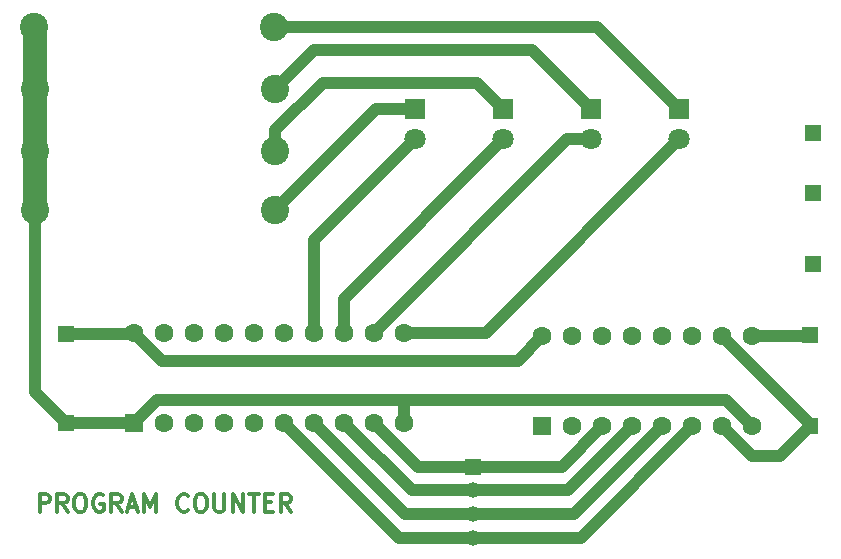
<source format=gtl>
%TF.GenerationSoftware,KiCad,Pcbnew,9.0.3-9.0.3-0~ubuntu22.04.1*%
%TF.CreationDate,2025-07-10T12:20:13+05:30*%
%TF.ProjectId,ProgramCounter,50726f67-7261-46d4-936f-756e7465722e,rev?*%
%TF.SameCoordinates,Original*%
%TF.FileFunction,Copper,L1,Top*%
%TF.FilePolarity,Positive*%
%FSLAX46Y46*%
G04 Gerber Fmt 4.6, Leading zero omitted, Abs format (unit mm)*
G04 Created by KiCad (PCBNEW 9.0.3-9.0.3-0~ubuntu22.04.1) date 2025-07-10 12:20:13*
%MOMM*%
%LPD*%
G01*
G04 APERTURE LIST*
G04 Aperture macros list*
%AMRoundRect*
0 Rectangle with rounded corners*
0 $1 Rounding radius*
0 $2 $3 $4 $5 $6 $7 $8 $9 X,Y pos of 4 corners*
0 Add a 4 corners polygon primitive as box body*
4,1,4,$2,$3,$4,$5,$6,$7,$8,$9,$2,$3,0*
0 Add four circle primitives for the rounded corners*
1,1,$1+$1,$2,$3*
1,1,$1+$1,$4,$5*
1,1,$1+$1,$6,$7*
1,1,$1+$1,$8,$9*
0 Add four rect primitives between the rounded corners*
20,1,$1+$1,$2,$3,$4,$5,0*
20,1,$1+$1,$4,$5,$6,$7,0*
20,1,$1+$1,$6,$7,$8,$9,0*
20,1,$1+$1,$8,$9,$2,$3,0*%
G04 Aperture macros list end*
%ADD10C,0.300000*%
%TA.AperFunction,NonConductor*%
%ADD11C,0.300000*%
%TD*%
%TA.AperFunction,ComponentPad*%
%ADD12C,2.400000*%
%TD*%
%TA.AperFunction,ComponentPad*%
%ADD13RoundRect,0.250000X0.550000X-0.550000X0.550000X0.550000X-0.550000X0.550000X-0.550000X-0.550000X0*%
%TD*%
%TA.AperFunction,ComponentPad*%
%ADD14C,1.600000*%
%TD*%
%TA.AperFunction,ComponentPad*%
%ADD15R,1.800000X1.800000*%
%TD*%
%TA.AperFunction,ComponentPad*%
%ADD16C,1.800000*%
%TD*%
%TA.AperFunction,ComponentPad*%
%ADD17R,1.350000X1.350000*%
%TD*%
%TA.AperFunction,ComponentPad*%
%ADD18C,1.350000*%
%TD*%
%TA.AperFunction,Conductor*%
%ADD19C,1.000000*%
%TD*%
%TA.AperFunction,Conductor*%
%ADD20C,2.000000*%
%TD*%
G04 APERTURE END LIST*
D10*
D11*
X33804510Y-78550828D02*
X33804510Y-77050828D01*
X33804510Y-77050828D02*
X34375939Y-77050828D01*
X34375939Y-77050828D02*
X34518796Y-77122257D01*
X34518796Y-77122257D02*
X34590225Y-77193685D01*
X34590225Y-77193685D02*
X34661653Y-77336542D01*
X34661653Y-77336542D02*
X34661653Y-77550828D01*
X34661653Y-77550828D02*
X34590225Y-77693685D01*
X34590225Y-77693685D02*
X34518796Y-77765114D01*
X34518796Y-77765114D02*
X34375939Y-77836542D01*
X34375939Y-77836542D02*
X33804510Y-77836542D01*
X36161653Y-78550828D02*
X35661653Y-77836542D01*
X35304510Y-78550828D02*
X35304510Y-77050828D01*
X35304510Y-77050828D02*
X35875939Y-77050828D01*
X35875939Y-77050828D02*
X36018796Y-77122257D01*
X36018796Y-77122257D02*
X36090225Y-77193685D01*
X36090225Y-77193685D02*
X36161653Y-77336542D01*
X36161653Y-77336542D02*
X36161653Y-77550828D01*
X36161653Y-77550828D02*
X36090225Y-77693685D01*
X36090225Y-77693685D02*
X36018796Y-77765114D01*
X36018796Y-77765114D02*
X35875939Y-77836542D01*
X35875939Y-77836542D02*
X35304510Y-77836542D01*
X37090225Y-77050828D02*
X37375939Y-77050828D01*
X37375939Y-77050828D02*
X37518796Y-77122257D01*
X37518796Y-77122257D02*
X37661653Y-77265114D01*
X37661653Y-77265114D02*
X37733082Y-77550828D01*
X37733082Y-77550828D02*
X37733082Y-78050828D01*
X37733082Y-78050828D02*
X37661653Y-78336542D01*
X37661653Y-78336542D02*
X37518796Y-78479400D01*
X37518796Y-78479400D02*
X37375939Y-78550828D01*
X37375939Y-78550828D02*
X37090225Y-78550828D01*
X37090225Y-78550828D02*
X36947368Y-78479400D01*
X36947368Y-78479400D02*
X36804510Y-78336542D01*
X36804510Y-78336542D02*
X36733082Y-78050828D01*
X36733082Y-78050828D02*
X36733082Y-77550828D01*
X36733082Y-77550828D02*
X36804510Y-77265114D01*
X36804510Y-77265114D02*
X36947368Y-77122257D01*
X36947368Y-77122257D02*
X37090225Y-77050828D01*
X39161654Y-77122257D02*
X39018797Y-77050828D01*
X39018797Y-77050828D02*
X38804511Y-77050828D01*
X38804511Y-77050828D02*
X38590225Y-77122257D01*
X38590225Y-77122257D02*
X38447368Y-77265114D01*
X38447368Y-77265114D02*
X38375939Y-77407971D01*
X38375939Y-77407971D02*
X38304511Y-77693685D01*
X38304511Y-77693685D02*
X38304511Y-77907971D01*
X38304511Y-77907971D02*
X38375939Y-78193685D01*
X38375939Y-78193685D02*
X38447368Y-78336542D01*
X38447368Y-78336542D02*
X38590225Y-78479400D01*
X38590225Y-78479400D02*
X38804511Y-78550828D01*
X38804511Y-78550828D02*
X38947368Y-78550828D01*
X38947368Y-78550828D02*
X39161654Y-78479400D01*
X39161654Y-78479400D02*
X39233082Y-78407971D01*
X39233082Y-78407971D02*
X39233082Y-77907971D01*
X39233082Y-77907971D02*
X38947368Y-77907971D01*
X40733082Y-78550828D02*
X40233082Y-77836542D01*
X39875939Y-78550828D02*
X39875939Y-77050828D01*
X39875939Y-77050828D02*
X40447368Y-77050828D01*
X40447368Y-77050828D02*
X40590225Y-77122257D01*
X40590225Y-77122257D02*
X40661654Y-77193685D01*
X40661654Y-77193685D02*
X40733082Y-77336542D01*
X40733082Y-77336542D02*
X40733082Y-77550828D01*
X40733082Y-77550828D02*
X40661654Y-77693685D01*
X40661654Y-77693685D02*
X40590225Y-77765114D01*
X40590225Y-77765114D02*
X40447368Y-77836542D01*
X40447368Y-77836542D02*
X39875939Y-77836542D01*
X41304511Y-78122257D02*
X42018797Y-78122257D01*
X41161654Y-78550828D02*
X41661654Y-77050828D01*
X41661654Y-77050828D02*
X42161654Y-78550828D01*
X42661653Y-78550828D02*
X42661653Y-77050828D01*
X42661653Y-77050828D02*
X43161653Y-78122257D01*
X43161653Y-78122257D02*
X43661653Y-77050828D01*
X43661653Y-77050828D02*
X43661653Y-78550828D01*
X46375939Y-78407971D02*
X46304511Y-78479400D01*
X46304511Y-78479400D02*
X46090225Y-78550828D01*
X46090225Y-78550828D02*
X45947368Y-78550828D01*
X45947368Y-78550828D02*
X45733082Y-78479400D01*
X45733082Y-78479400D02*
X45590225Y-78336542D01*
X45590225Y-78336542D02*
X45518796Y-78193685D01*
X45518796Y-78193685D02*
X45447368Y-77907971D01*
X45447368Y-77907971D02*
X45447368Y-77693685D01*
X45447368Y-77693685D02*
X45518796Y-77407971D01*
X45518796Y-77407971D02*
X45590225Y-77265114D01*
X45590225Y-77265114D02*
X45733082Y-77122257D01*
X45733082Y-77122257D02*
X45947368Y-77050828D01*
X45947368Y-77050828D02*
X46090225Y-77050828D01*
X46090225Y-77050828D02*
X46304511Y-77122257D01*
X46304511Y-77122257D02*
X46375939Y-77193685D01*
X47304511Y-77050828D02*
X47590225Y-77050828D01*
X47590225Y-77050828D02*
X47733082Y-77122257D01*
X47733082Y-77122257D02*
X47875939Y-77265114D01*
X47875939Y-77265114D02*
X47947368Y-77550828D01*
X47947368Y-77550828D02*
X47947368Y-78050828D01*
X47947368Y-78050828D02*
X47875939Y-78336542D01*
X47875939Y-78336542D02*
X47733082Y-78479400D01*
X47733082Y-78479400D02*
X47590225Y-78550828D01*
X47590225Y-78550828D02*
X47304511Y-78550828D01*
X47304511Y-78550828D02*
X47161654Y-78479400D01*
X47161654Y-78479400D02*
X47018796Y-78336542D01*
X47018796Y-78336542D02*
X46947368Y-78050828D01*
X46947368Y-78050828D02*
X46947368Y-77550828D01*
X46947368Y-77550828D02*
X47018796Y-77265114D01*
X47018796Y-77265114D02*
X47161654Y-77122257D01*
X47161654Y-77122257D02*
X47304511Y-77050828D01*
X48590225Y-77050828D02*
X48590225Y-78265114D01*
X48590225Y-78265114D02*
X48661654Y-78407971D01*
X48661654Y-78407971D02*
X48733083Y-78479400D01*
X48733083Y-78479400D02*
X48875940Y-78550828D01*
X48875940Y-78550828D02*
X49161654Y-78550828D01*
X49161654Y-78550828D02*
X49304511Y-78479400D01*
X49304511Y-78479400D02*
X49375940Y-78407971D01*
X49375940Y-78407971D02*
X49447368Y-78265114D01*
X49447368Y-78265114D02*
X49447368Y-77050828D01*
X50161654Y-78550828D02*
X50161654Y-77050828D01*
X50161654Y-77050828D02*
X51018797Y-78550828D01*
X51018797Y-78550828D02*
X51018797Y-77050828D01*
X51518798Y-77050828D02*
X52375941Y-77050828D01*
X51947369Y-78550828D02*
X51947369Y-77050828D01*
X52875940Y-77765114D02*
X53375940Y-77765114D01*
X53590226Y-78550828D02*
X52875940Y-78550828D01*
X52875940Y-78550828D02*
X52875940Y-77050828D01*
X52875940Y-77050828D02*
X53590226Y-77050828D01*
X55090226Y-78550828D02*
X54590226Y-77836542D01*
X54233083Y-78550828D02*
X54233083Y-77050828D01*
X54233083Y-77050828D02*
X54804512Y-77050828D01*
X54804512Y-77050828D02*
X54947369Y-77122257D01*
X54947369Y-77122257D02*
X55018798Y-77193685D01*
X55018798Y-77193685D02*
X55090226Y-77336542D01*
X55090226Y-77336542D02*
X55090226Y-77550828D01*
X55090226Y-77550828D02*
X55018798Y-77693685D01*
X55018798Y-77693685D02*
X54947369Y-77765114D01*
X54947369Y-77765114D02*
X54804512Y-77836542D01*
X54804512Y-77836542D02*
X54233083Y-77836542D01*
D12*
%TO.P,R1,1*%
%TO.N,Net-(GND1-Pin_1)*%
X33430000Y-53000000D03*
%TO.P,R1,2*%
%TO.N,Net-(D1-K)*%
X53750000Y-53000000D03*
%TD*%
D13*
%TO.P,U1,1,A->B*%
%TO.N,Net-(GND1-Pin_1)*%
X41760000Y-71000000D03*
D14*
%TO.P,U1,2,A0*%
%TO.N,unconnected-(U1-A0-Pad2)*%
X44300000Y-71000000D03*
%TO.P,U1,3,A1*%
%TO.N,unconnected-(U1-A1-Pad3)*%
X46840000Y-71000000D03*
%TO.P,U1,4,A2*%
%TO.N,unconnected-(U1-A2-Pad4)*%
X49380000Y-71000000D03*
%TO.P,U1,5,A3*%
%TO.N,unconnected-(U1-A3-Pad5)*%
X51920000Y-71000000D03*
%TO.P,U1,6,A4*%
%TO.N,Net-(BUS1-Pin_4)*%
X54460000Y-71000000D03*
%TO.P,U1,7,A5*%
%TO.N,Net-(BUS1-Pin_3)*%
X57000000Y-71000000D03*
%TO.P,U1,8,A6*%
%TO.N,Net-(BUS1-Pin_2)*%
X59540000Y-71000000D03*
%TO.P,U1,9,A7*%
%TO.N,Net-(BUS1-Pin_1)*%
X62080000Y-71000000D03*
%TO.P,U1,10,GND*%
%TO.N,Net-(GND1-Pin_1)*%
X64620000Y-71000000D03*
%TO.P,U1,11,B7*%
%TO.N,Net-(D4-A)*%
X64620000Y-63380000D03*
%TO.P,U1,12,B6*%
%TO.N,Net-(D3-A)*%
X62080000Y-63380000D03*
%TO.P,U1,13,B5*%
%TO.N,Net-(D2-A)*%
X59540000Y-63380000D03*
%TO.P,U1,14,B4*%
%TO.N,Net-(D1-A)*%
X57000000Y-63380000D03*
%TO.P,U1,15,B3*%
%TO.N,unconnected-(U1-B3-Pad15)*%
X54460000Y-63380000D03*
%TO.P,U1,16,B2*%
%TO.N,unconnected-(U1-B2-Pad16)*%
X51920000Y-63380000D03*
%TO.P,U1,17,B1*%
%TO.N,unconnected-(U1-B1-Pad17)*%
X49380000Y-63380000D03*
%TO.P,U1,18,B0*%
%TO.N,unconnected-(U1-B0-Pad18)*%
X46840000Y-63380000D03*
%TO.P,U1,19,CE*%
%TO.N,Net-(U1-CE)*%
X44300000Y-63380000D03*
%TO.P,U1,20,VCC*%
%TO.N,Net-(U1-VCC)*%
X41760000Y-63380000D03*
%TD*%
D13*
%TO.P,U2,1,~{MR}*%
%TO.N,Net-(U2-~{MR})*%
X76360000Y-71305000D03*
D14*
%TO.P,U2,2,CP*%
%TO.N,Net-(CLK1-Pin_1)*%
X78900000Y-71305000D03*
%TO.P,U2,3,D0*%
%TO.N,Net-(BUS1-Pin_1)*%
X81440000Y-71305000D03*
%TO.P,U2,4,D1*%
%TO.N,Net-(BUS1-Pin_2)*%
X83980000Y-71305000D03*
%TO.P,U2,5,D2*%
%TO.N,Net-(BUS1-Pin_3)*%
X86520000Y-71305000D03*
%TO.P,U2,6,D3*%
%TO.N,Net-(BUS1-Pin_4)*%
X89060000Y-71305000D03*
%TO.P,U2,7,CEP*%
%TO.N,Net-(CE1-Pin_1)*%
X91600000Y-71305000D03*
%TO.P,U2,8,GND*%
%TO.N,Net-(GND1-Pin_1)*%
X94140000Y-71305000D03*
%TO.P,U2,9,~{PE}*%
%TO.N,Net-(U2-~{PE})*%
X94140000Y-63685000D03*
%TO.P,U2,10,CET*%
%TO.N,Net-(CE1-Pin_1)*%
X91600000Y-63685000D03*
%TO.P,U2,11,Q3*%
%TO.N,Net-(D1-A)*%
X89060000Y-63685000D03*
%TO.P,U2,12,Q2*%
%TO.N,Net-(D2-A)*%
X86520000Y-63685000D03*
%TO.P,U2,13,Q1*%
%TO.N,Net-(D3-A)*%
X83980000Y-63685000D03*
%TO.P,U2,14,Q0*%
%TO.N,Net-(D4-A)*%
X81440000Y-63685000D03*
%TO.P,U2,15,TC*%
%TO.N,unconnected-(U2-TC-Pad15)*%
X78900000Y-63685000D03*
%TO.P,U2,16,VCC*%
%TO.N,Net-(U1-VCC)*%
X76360000Y-63685000D03*
%TD*%
D15*
%TO.P,D3,1,K*%
%TO.N,Net-(D3-K)*%
X80500000Y-44475000D03*
D16*
%TO.P,D3,2,A*%
%TO.N,Net-(D3-A)*%
X80500000Y-47015000D03*
%TD*%
D17*
%TO.P,~{CO}1,1,Pin_1*%
%TO.N,Net-(U1-CE)*%
X99250000Y-46500000D03*
%TD*%
%TO.P,GND1,1,Pin_1*%
%TO.N,Net-(GND1-Pin_1)*%
X36000000Y-71000000D03*
%TD*%
%TO.P,~{CLR}1,1,Pin_1*%
%TO.N,Net-(U2-~{MR})*%
X99270000Y-51555000D03*
%TD*%
%TO.P,CLK1,1,Pin_1*%
%TO.N,Net-(CLK1-Pin_1)*%
X99270000Y-57555000D03*
%TD*%
D15*
%TO.P,D2,1,K*%
%TO.N,Net-(D2-K)*%
X73030000Y-44475000D03*
D16*
%TO.P,D2,2,A*%
%TO.N,Net-(D2-A)*%
X73030000Y-47015000D03*
%TD*%
D15*
%TO.P,D4,1,K*%
%TO.N,Net-(D4-K)*%
X87970000Y-44475000D03*
D16*
%TO.P,D4,2,A*%
%TO.N,Net-(D4-A)*%
X87970000Y-47015000D03*
%TD*%
D12*
%TO.P,R2,1*%
%TO.N,Net-(GND1-Pin_1)*%
X33430000Y-48000000D03*
%TO.P,R2,2*%
%TO.N,Net-(D2-K)*%
X53750000Y-48000000D03*
%TD*%
D17*
%TO.P,~{J}1,1,Pin_1*%
%TO.N,Net-(U2-~{PE})*%
X99020000Y-63555000D03*
%TD*%
%TO.P,VCC1,1,Pin_1*%
%TO.N,Net-(U1-VCC)*%
X36000000Y-63500000D03*
%TD*%
D15*
%TO.P,D1,1,K*%
%TO.N,Net-(D1-K)*%
X65560000Y-44475000D03*
D16*
%TO.P,D1,2,A*%
%TO.N,Net-(D1-A)*%
X65560000Y-47015000D03*
%TD*%
D17*
%TO.P,CE1,1,Pin_1*%
%TO.N,Net-(CE1-Pin_1)*%
X99020000Y-71305000D03*
%TD*%
D12*
%TO.P,R4,1*%
%TO.N,Net-(GND1-Pin_1)*%
X33340000Y-37500000D03*
%TO.P,R4,2*%
%TO.N,Net-(D4-K)*%
X53660000Y-37500000D03*
%TD*%
D17*
%TO.P,BUS1,1,Pin_1*%
%TO.N,Net-(BUS1-Pin_1)*%
X70500000Y-74750000D03*
D18*
%TO.P,BUS1,2,Pin_2*%
%TO.N,Net-(BUS1-Pin_2)*%
X70500000Y-76750000D03*
%TO.P,BUS1,3,Pin_3*%
%TO.N,Net-(BUS1-Pin_3)*%
X70500000Y-78750000D03*
%TO.P,BUS1,4,Pin_4*%
%TO.N,Net-(BUS1-Pin_4)*%
X70500000Y-80750000D03*
%TD*%
D12*
%TO.P,R3,1*%
%TO.N,Net-(GND1-Pin_1)*%
X33430000Y-42750000D03*
%TO.P,R3,2*%
%TO.N,Net-(D3-K)*%
X53750000Y-42750000D03*
%TD*%
D19*
%TO.N,Net-(D3-A)*%
X80500000Y-47015000D02*
X78445000Y-47015000D01*
X78445000Y-47015000D02*
X62080000Y-63380000D01*
%TO.N,Net-(D2-A)*%
X59540000Y-63380000D02*
X59540000Y-60505000D01*
X59540000Y-60505000D02*
X73030000Y-47015000D01*
%TO.N,Net-(BUS1-Pin_4)*%
X70500000Y-80750000D02*
X79615000Y-80750000D01*
X79615000Y-80750000D02*
X89060000Y-71305000D01*
%TO.N,Net-(BUS1-Pin_3)*%
X70500000Y-78750000D02*
X79075000Y-78750000D01*
X79075000Y-78750000D02*
X86520000Y-71305000D01*
%TO.N,Net-(BUS1-Pin_4)*%
X54460000Y-71000000D02*
X64210000Y-80750000D01*
X64210000Y-80750000D02*
X70500000Y-80750000D01*
%TO.N,Net-(BUS1-Pin_3)*%
X57000000Y-71000000D02*
X64750000Y-78750000D01*
X64750000Y-78750000D02*
X70500000Y-78750000D01*
%TO.N,Net-(BUS1-Pin_2)*%
X70500000Y-76750000D02*
X78535000Y-76750000D01*
X78535000Y-76750000D02*
X83980000Y-71305000D01*
X59540000Y-71000000D02*
X65290000Y-76750000D01*
X65290000Y-76750000D02*
X70500000Y-76750000D01*
%TO.N,Net-(BUS1-Pin_1)*%
X70500000Y-74750000D02*
X77995000Y-74750000D01*
X77995000Y-74750000D02*
X81440000Y-71305000D01*
X62080000Y-71000000D02*
X65830000Y-74750000D01*
X65830000Y-74750000D02*
X70500000Y-74750000D01*
%TO.N,Net-(GND1-Pin_1)*%
X43705000Y-69055000D02*
X64750000Y-69055000D01*
X64620000Y-71000000D02*
X64620000Y-69185000D01*
X64620000Y-69185000D02*
X64750000Y-69055000D01*
X41760000Y-71000000D02*
X43705000Y-69055000D01*
X64750000Y-69055000D02*
X91890000Y-69055000D01*
%TO.N,Net-(U1-VCC)*%
X41760000Y-63380000D02*
X44130000Y-65750000D01*
X44130000Y-65750000D02*
X74295000Y-65750000D01*
X74295000Y-65750000D02*
X76360000Y-63685000D01*
%TO.N,Net-(D1-K)*%
X62275000Y-44475000D02*
X65560000Y-44475000D01*
X53750000Y-53000000D02*
X62275000Y-44475000D01*
%TO.N,Net-(D1-A)*%
X57000000Y-63380000D02*
X57000000Y-55575000D01*
X57000000Y-55575000D02*
X65560000Y-47015000D01*
%TO.N,Net-(D3-K)*%
X57000000Y-39500000D02*
X75525000Y-39500000D01*
X75525000Y-39500000D02*
X80500000Y-44475000D01*
X53750000Y-42750000D02*
X57000000Y-39500000D01*
%TO.N,Net-(D4-A)*%
X87970000Y-47015000D02*
X71742500Y-63242500D01*
X71605000Y-63380000D02*
X64620000Y-63380000D01*
X71742500Y-63242500D02*
X71605000Y-63380000D01*
X71742500Y-63242500D02*
X72856000Y-62129000D01*
%TO.N,Net-(D2-K)*%
X53750000Y-46250000D02*
X57750000Y-42250000D01*
X53750000Y-48000000D02*
X53750000Y-46250000D01*
X70805000Y-42250000D02*
X73030000Y-44475000D01*
X57750000Y-42250000D02*
X70805000Y-42250000D01*
%TO.N,Net-(CE1-Pin_1)*%
X91600000Y-71305000D02*
X94100000Y-73805000D01*
X96520000Y-73805000D02*
X99020000Y-71305000D01*
X91600000Y-63685000D02*
X99020000Y-71105000D01*
X94100000Y-73805000D02*
X96520000Y-73805000D01*
X99020000Y-71105000D02*
X99020000Y-71305000D01*
%TO.N,Net-(GND1-Pin_1)*%
X36000000Y-71000000D02*
X41760000Y-71000000D01*
D20*
X33430000Y-37750000D02*
X33430000Y-42900000D01*
X33430000Y-42900000D02*
X33430000Y-48050000D01*
D19*
X33430000Y-68430000D02*
X33430000Y-53000000D01*
X36000000Y-71000000D02*
X33430000Y-68430000D01*
X33430000Y-50320000D02*
X33430000Y-48050000D01*
D20*
X33430000Y-48050000D02*
X33430000Y-53200000D01*
D19*
X91890000Y-69055000D02*
X94140000Y-71305000D01*
%TO.N,Net-(U1-VCC)*%
X41640000Y-63500000D02*
X41760000Y-63380000D01*
X36000000Y-63500000D02*
X41640000Y-63500000D01*
%TO.N,Net-(U2-~{PE})*%
X94140000Y-63685000D02*
X98890000Y-63685000D01*
X98890000Y-63685000D02*
X99020000Y-63555000D01*
%TO.N,Net-(D4-K)*%
X53660000Y-37500000D02*
X80995000Y-37500000D01*
X80995000Y-37500000D02*
X87970000Y-44475000D01*
%TD*%
M02*

</source>
